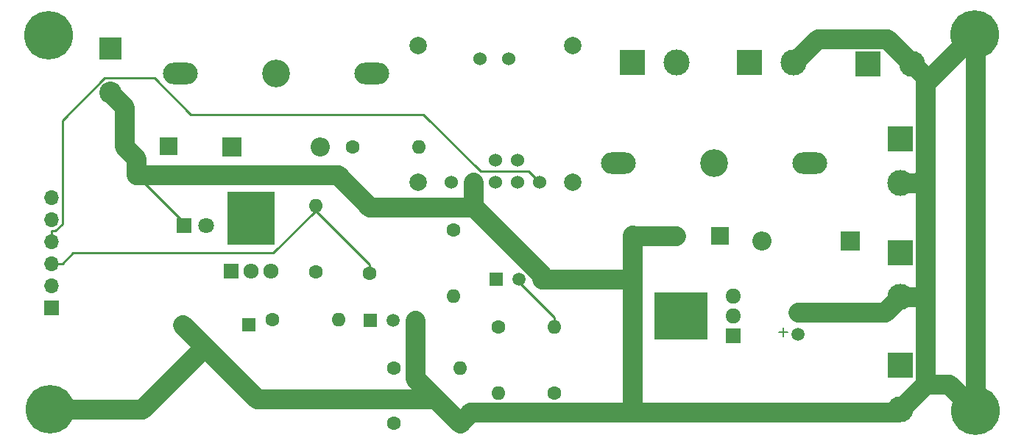
<source format=gbr>
%TF.GenerationSoftware,KiCad,Pcbnew,(5.1.9)-1*%
%TF.CreationDate,2021-04-11T16:44:48+02:00*%
%TF.ProjectId,charge_pcb,63686172-6765-45f7-9063-622e6b696361,rev?*%
%TF.SameCoordinates,Original*%
%TF.FileFunction,Copper,L1,Top*%
%TF.FilePolarity,Positive*%
%FSLAX46Y46*%
G04 Gerber Fmt 4.6, Leading zero omitted, Abs format (unit mm)*
G04 Created by KiCad (PCBNEW (5.1.9)-1) date 2021-04-11 16:44:48*
%MOMM*%
%LPD*%
G01*
G04 APERTURE LIST*
%TA.AperFunction,EtchedComponent*%
%ADD10C,0.150000*%
%TD*%
%TA.AperFunction,ConnectorPad*%
%ADD11C,5.600000*%
%TD*%
%TA.AperFunction,ComponentPad*%
%ADD12C,3.600000*%
%TD*%
%TA.AperFunction,ComponentPad*%
%ADD13C,1.800000*%
%TD*%
%TA.AperFunction,ComponentPad*%
%ADD14R,1.800000X1.800000*%
%TD*%
%TA.AperFunction,ComponentPad*%
%ADD15O,1.600000X1.600000*%
%TD*%
%TA.AperFunction,ComponentPad*%
%ADD16C,1.600000*%
%TD*%
%TA.AperFunction,ComponentPad*%
%ADD17C,1.524000*%
%TD*%
%TA.AperFunction,ComponentPad*%
%ADD18C,2.000000*%
%TD*%
%TA.AperFunction,ComponentPad*%
%ADD19O,1.800000X1.714500*%
%TD*%
%TA.AperFunction,ComponentPad*%
%ADD20R,1.800000X1.714500*%
%TD*%
%TA.AperFunction,SMDPad,CuDef*%
%ADD21R,6.200000X5.500000*%
%TD*%
%TA.AperFunction,ComponentPad*%
%ADD22R,1.500000X1.500000*%
%TD*%
%TA.AperFunction,ComponentPad*%
%ADD23C,1.500000*%
%TD*%
%TA.AperFunction,ComponentPad*%
%ADD24O,1.714500X1.800000*%
%TD*%
%TA.AperFunction,ComponentPad*%
%ADD25R,1.714500X1.800000*%
%TD*%
%TA.AperFunction,SMDPad,CuDef*%
%ADD26R,5.500000X6.200000*%
%TD*%
%TA.AperFunction,ComponentPad*%
%ADD27C,3.000000*%
%TD*%
%TA.AperFunction,ComponentPad*%
%ADD28R,3.000000X3.000000*%
%TD*%
%TA.AperFunction,ComponentPad*%
%ADD29O,1.700000X1.700000*%
%TD*%
%TA.AperFunction,ComponentPad*%
%ADD30R,1.700000X1.700000*%
%TD*%
%TA.AperFunction,ComponentPad*%
%ADD31C,3.200000*%
%TD*%
%TA.AperFunction,ComponentPad*%
%ADD32O,4.000500X2.499360*%
%TD*%
%TA.AperFunction,ComponentPad*%
%ADD33O,2.200000X2.200000*%
%TD*%
%TA.AperFunction,ComponentPad*%
%ADD34R,2.200000X2.200000*%
%TD*%
%TA.AperFunction,ComponentPad*%
%ADD35O,2.000000X2.000000*%
%TD*%
%TA.AperFunction,ComponentPad*%
%ADD36R,2.000000X2.000000*%
%TD*%
%TA.AperFunction,ComponentPad*%
%ADD37R,1.600000X1.600000*%
%TD*%
%TA.AperFunction,ComponentPad*%
%ADD38C,1.501140*%
%TD*%
%TA.AperFunction,ComponentPad*%
%ADD39C,2.540000*%
%TD*%
%TA.AperFunction,ComponentPad*%
%ADD40R,2.540000X2.540000*%
%TD*%
%TA.AperFunction,Conductor*%
%ADD41C,2.250000*%
%TD*%
%TA.AperFunction,Conductor*%
%ADD42C,0.254000*%
%TD*%
G04 APERTURE END LIST*
D10*
%TO.C,C1*%
X157580740Y-142110760D02*
X157580740Y-141610380D01*
X157580740Y-142110760D02*
X157080360Y-142110760D01*
X157580740Y-142611140D02*
X157580740Y-142110760D01*
X157580740Y-142110760D02*
X157979520Y-142110760D01*
X157979520Y-142110760D02*
X158081120Y-142110760D01*
%TD*%
D11*
%TO.P,H2,1*%
%TO.N,GND*%
X179610000Y-107830000D03*
D12*
X179610000Y-107830000D03*
%TD*%
D11*
%TO.P,H4,1*%
%TO.N,GND*%
X73250000Y-151030000D03*
D12*
X73250000Y-151030000D03*
%TD*%
D11*
%TO.P,H3,1*%
%TO.N,GND*%
X179680000Y-151210000D03*
D12*
X179680000Y-151210000D03*
%TD*%
D11*
%TO.P,H1,1*%
%TO.N,GND*%
X73080000Y-107940000D03*
D12*
X73080000Y-107940000D03*
%TD*%
D13*
%TO.P,D6,2*%
%TO.N,Net-(D6-Pad2)*%
X91170000Y-129870000D03*
D14*
%TO.P,D6,1*%
%TO.N,GND*%
X88630000Y-129870000D03*
%TD*%
D15*
%TO.P,R9,2*%
%TO.N,Net-(D6-Pad2)*%
X115680000Y-120770000D03*
D16*
%TO.P,R9,1*%
%TO.N,Net-(D2-Pad2)*%
X108060000Y-120770000D03*
%TD*%
D17*
%TO.P,U1,4*%
%TO.N,Net-(J2-Pad1)*%
X126980000Y-122340000D03*
%TO.P,U1,5*%
%TO.N,Net-(D3-Pad1)*%
X124440000Y-122340000D03*
X124440000Y-124880000D03*
%TO.P,U1,4*%
%TO.N,Net-(J2-Pad1)*%
X126980000Y-124880000D03*
D18*
%TO.P,U1,*%
%TO.N,*%
X133330000Y-109132000D03*
X115550000Y-109132000D03*
X133330000Y-124880000D03*
X115550000Y-124880000D03*
D17*
%TO.P,U1,4*%
%TO.N,Net-(J2-Pad1)*%
X125964000Y-110656000D03*
%TO.P,U1,5*%
%TO.N,Net-(D3-Pad1)*%
X122662000Y-110656000D03*
%TO.P,U1,3*%
%TO.N,pinChargeCurrent*%
X129520000Y-124880000D03*
%TO.P,U1,1*%
%TO.N,+3V3*%
X119360000Y-124880000D03*
%TO.P,U1,2*%
%TO.N,GND*%
X121900000Y-124880000D03*
%TD*%
D15*
%TO.P,R8,2*%
%TO.N,GND*%
X120380000Y-152580000D03*
D16*
%TO.P,R8,1*%
%TO.N,pinBatteryVoltage*%
X112760000Y-152580000D03*
%TD*%
D15*
%TO.P,R7,2*%
%TO.N,pinBatteryVoltage*%
X124830000Y-149150000D03*
D16*
%TO.P,R7,1*%
%TO.N,Net-(C1-Pad1)*%
X124830000Y-141530000D03*
%TD*%
D15*
%TO.P,R6,2*%
%TO.N,Net-(Q3-Pad1)*%
X119590000Y-137990000D03*
D16*
%TO.P,R6,1*%
%TO.N,Net-(D5-Pad2)*%
X119590000Y-130370000D03*
%TD*%
D15*
%TO.P,R5,2*%
%TO.N,Net-(Q3-Pad2)*%
X131200000Y-141560000D03*
D16*
%TO.P,R5,1*%
%TO.N,pinBatterySwitch*%
X131200000Y-149180000D03*
%TD*%
D15*
%TO.P,R4,2*%
%TO.N,Net-(Q1-Pad1)*%
X106400000Y-140650000D03*
D16*
%TO.P,R4,1*%
%TO.N,Net-(D2-Pad2)*%
X98780000Y-140650000D03*
%TD*%
D15*
%TO.P,R3,2*%
%TO.N,pinChargeEnable*%
X120360000Y-146290000D03*
D16*
%TO.P,R3,1*%
%TO.N,Net-(Q1-Pad2)*%
X112740000Y-146290000D03*
%TD*%
D15*
%TO.P,R2,2*%
%TO.N,GND*%
X109980000Y-127680000D03*
D16*
%TO.P,R2,1*%
%TO.N,pinChargeVoltage*%
X109980000Y-135300000D03*
%TD*%
D15*
%TO.P,R1,2*%
%TO.N,pinChargeVoltage*%
X103760000Y-127510000D03*
D16*
%TO.P,R1,1*%
%TO.N,Net-(D2-Pad2)*%
X103760000Y-135130000D03*
%TD*%
D19*
%TO.P,Q4,3*%
%TO.N,Net-(D5-Pad2)*%
X151830000Y-137988000D03*
%TO.P,Q4,2*%
%TO.N,Net-(C1-Pad1)*%
X151830000Y-140274000D03*
D20*
%TO.P,Q4,1*%
%TO.N,Net-(Q3-Pad1)*%
X151830000Y-142560000D03*
D21*
%TO.P,Q4,4*%
%TO.N,N/C*%
X145756667Y-140274000D03*
%TD*%
D22*
%TO.P,Q3,1*%
%TO.N,Net-(Q3-Pad1)*%
X124580000Y-136030000D03*
D23*
%TO.P,Q3,3*%
%TO.N,GND*%
X129780000Y-136030000D03*
%TO.P,Q3,2*%
%TO.N,Net-(Q3-Pad2)*%
X127180000Y-136030000D03*
%TD*%
D24*
%TO.P,Q2,3*%
%TO.N,Net-(D2-Pad2)*%
X98612000Y-135050000D03*
%TO.P,Q2,2*%
%TO.N,Net-(D3-Pad1)*%
X96326000Y-135050000D03*
D25*
%TO.P,Q2,1*%
%TO.N,Net-(Q1-Pad1)*%
X94040000Y-135050000D03*
D26*
%TO.P,Q2,4*%
%TO.N,N/C*%
X96326000Y-128976667D03*
%TD*%
D22*
%TO.P,Q1,1*%
%TO.N,Net-(Q1-Pad1)*%
X110060000Y-140730000D03*
D23*
%TO.P,Q1,3*%
%TO.N,GND*%
X115260000Y-140730000D03*
%TO.P,Q1,2*%
%TO.N,Net-(Q1-Pad2)*%
X112660000Y-140730000D03*
%TD*%
D27*
%TO.P,J7,2*%
%TO.N,GND*%
X171010000Y-124920000D03*
D28*
%TO.P,J7,1*%
%TO.N,Net-(C1-Pad1)*%
X171010000Y-119840000D03*
%TD*%
D27*
%TO.P,J6,2*%
%TO.N,GND*%
X171010000Y-151010000D03*
D28*
%TO.P,J6,1*%
%TO.N,Net-(C1-Pad1)*%
X171010000Y-145930000D03*
%TD*%
D27*
%TO.P,J5,2*%
%TO.N,GND*%
X171010000Y-138070000D03*
D28*
%TO.P,J5,1*%
%TO.N,Net-(C1-Pad1)*%
X171010000Y-132990000D03*
%TD*%
D27*
%TO.P,J4,2*%
%TO.N,GND*%
X172380000Y-111170000D03*
D28*
%TO.P,J4,1*%
%TO.N,Net-(C1-Pad1)*%
X167300000Y-111170000D03*
%TD*%
D27*
%TO.P,J3,2*%
%TO.N,Net-(F2-Pad1)*%
X145310000Y-111070000D03*
D28*
%TO.P,J3,1*%
%TO.N,Net-(J2-Pad1)*%
X140230000Y-111070000D03*
%TD*%
D27*
%TO.P,J2,2*%
%TO.N,GND*%
X158750000Y-111070000D03*
D28*
%TO.P,J2,1*%
%TO.N,Net-(J2-Pad1)*%
X153670000Y-111070000D03*
%TD*%
D29*
%TO.P,J1,6*%
%TO.N,pinVoltageMeasurement*%
X73400000Y-126620000D03*
%TO.P,J1,5*%
%TO.N,pinChargeEnable*%
X73400000Y-129160000D03*
%TO.P,J1,4*%
%TO.N,pinChargeCurrent*%
X73400000Y-131700000D03*
%TO.P,J1,3*%
%TO.N,pinChargeVoltage*%
X73400000Y-134240000D03*
%TO.P,J1,2*%
%TO.N,pinBatterySwitch*%
X73400000Y-136780000D03*
D30*
%TO.P,J1,1*%
%TO.N,pinBatteryVoltage*%
X73400000Y-139320000D03*
%TD*%
D31*
%TO.P,F2,~*%
%TO.N,N/C*%
X149620000Y-122630000D03*
D32*
%TO.P,F2,1*%
%TO.N,Net-(F2-Pad1)*%
X138619260Y-122630000D03*
%TO.P,F2,2*%
%TO.N,Net-(D4-Pad1)*%
X160620740Y-122630000D03*
%TD*%
D31*
%TO.P,F1,~*%
%TO.N,N/C*%
X99226000Y-112321000D03*
D32*
%TO.P,F1,1*%
%TO.N,Net-(BT1-Pad1)*%
X88225260Y-112321000D03*
%TO.P,F1,2*%
%TO.N,Net-(D1-Pad1)*%
X110226740Y-112321000D03*
%TD*%
D33*
%TO.P,D5,2*%
%TO.N,Net-(D5-Pad2)*%
X155090000Y-131590000D03*
D34*
%TO.P,D5,1*%
%TO.N,Net-(D4-Pad1)*%
X165250000Y-131590000D03*
%TD*%
D35*
%TO.P,D4,2*%
%TO.N,GND*%
X145220000Y-131040000D03*
D36*
%TO.P,D4,1*%
%TO.N,Net-(D4-Pad1)*%
X150300000Y-131040000D03*
%TD*%
D15*
%TO.P,D3,2*%
%TO.N,GND*%
X88450000Y-141230000D03*
D37*
%TO.P,D3,1*%
%TO.N,Net-(D3-Pad1)*%
X96070000Y-141230000D03*
%TD*%
D33*
%TO.P,D2,2*%
%TO.N,Net-(D2-Pad2)*%
X104280000Y-120750000D03*
D34*
%TO.P,D2,1*%
%TO.N,Net-(D1-Pad1)*%
X94120000Y-120750000D03*
%TD*%
D35*
%TO.P,D1,2*%
%TO.N,GND*%
X81780000Y-120720000D03*
D36*
%TO.P,D1,1*%
%TO.N,Net-(D1-Pad1)*%
X86860000Y-120720000D03*
%TD*%
D38*
%TO.P,C1,2*%
%TO.N,GND*%
X159280000Y-139840000D03*
%TO.P,C1,1*%
%TO.N,Net-(C1-Pad1)*%
X159280000Y-142380000D03*
%TD*%
D39*
%TO.P,BT1,2*%
%TO.N,GND*%
X80140000Y-114550000D03*
D40*
%TO.P,BT1,1*%
%TO.N,Net-(BT1-Pad1)*%
X80140000Y-109470000D03*
%TD*%
D41*
%TO.N,GND*%
X173889000Y-124121000D02*
X173889000Y-137439000D01*
X139891000Y-151359000D02*
X121601000Y-151359000D01*
X121601000Y-151359000D02*
X120380000Y-152580000D01*
X140170000Y-135860000D02*
X140170000Y-151080000D01*
X140170000Y-151080000D02*
X139891000Y-151359000D01*
X120380000Y-152580000D02*
X117630000Y-149830000D01*
X109980000Y-127680000D02*
X106320000Y-124020000D01*
X106320000Y-124020000D02*
X83150000Y-124020000D01*
X83150000Y-124020000D02*
X83150000Y-122090000D01*
X83150000Y-122090000D02*
X81780000Y-120720000D01*
X117630000Y-149830000D02*
X115260000Y-147460000D01*
X115260000Y-147460000D02*
X115260000Y-140730000D01*
X117630000Y-149830000D02*
X97050000Y-149830000D01*
X159280000Y-139840000D02*
X169240000Y-139840000D01*
X169240000Y-139840000D02*
X171010000Y-138070000D01*
X81780000Y-120720000D02*
X81780000Y-116190000D01*
X81780000Y-116190000D02*
X80140000Y-114550000D01*
X109980000Y-127680000D02*
X121819000Y-127680000D01*
X121819000Y-127680000D02*
X121900000Y-127599000D01*
X121900000Y-124880000D02*
X121900000Y-127599000D01*
X121900000Y-127599000D02*
X129780000Y-135479000D01*
X129780000Y-135479000D02*
X129780000Y-136030000D01*
X145220000Y-131040000D02*
X140260000Y-131040000D01*
X140260000Y-131040000D02*
X140170000Y-130950000D01*
X140170000Y-130950000D02*
X140170000Y-135860000D01*
X129780000Y-136030000D02*
X140000000Y-136030000D01*
X140000000Y-136030000D02*
X140170000Y-135860000D01*
X171010000Y-151010000D02*
X170661000Y-151359000D01*
X170661000Y-151359000D02*
X139891000Y-151359000D01*
X172380000Y-111170000D02*
X173889000Y-112679000D01*
X171010000Y-124920000D02*
X173090000Y-124920000D01*
X173090000Y-124920000D02*
X173889000Y-124121000D01*
X171010000Y-138070000D02*
X173258000Y-138070000D01*
X173258000Y-138070000D02*
X173889000Y-137439000D01*
X173889000Y-137439000D02*
X173889000Y-148131000D01*
X173889000Y-148131000D02*
X171010000Y-151010000D01*
X158750000Y-111070000D02*
X161529000Y-108291000D01*
X161529000Y-108291000D02*
X169501000Y-108291000D01*
X169501000Y-108291000D02*
X172380000Y-111170000D01*
D42*
X88630000Y-129500000D02*
X83150000Y-124020000D01*
X88630000Y-129870000D02*
X88630000Y-129500000D01*
D41*
X173921000Y-113439000D02*
X173889000Y-113439000D01*
X173889000Y-113439000D02*
X173889000Y-124121000D01*
X179600000Y-107760000D02*
X173921000Y-113439000D01*
X173889000Y-112679000D02*
X173889000Y-113439000D01*
X176601000Y-148131000D02*
X173889000Y-148131000D01*
X179680000Y-151210000D02*
X176601000Y-148131000D01*
X83790000Y-151030000D02*
X91020000Y-143800000D01*
X73250000Y-151030000D02*
X83790000Y-151030000D01*
X91020000Y-143800000D02*
X88450000Y-141230000D01*
X97050000Y-149830000D02*
X91020000Y-143800000D01*
X179680000Y-107840000D02*
X179600000Y-107760000D01*
X179680000Y-151210000D02*
X179680000Y-107840000D01*
D42*
%TO.N,pinChargeCurrent*%
X73400000Y-131700000D02*
X73400000Y-130468700D01*
X73400000Y-130468700D02*
X73861800Y-130468700D01*
X73861800Y-130468700D02*
X74631300Y-129699200D01*
X74631300Y-129699200D02*
X74631300Y-117708100D01*
X74631300Y-117708100D02*
X79486100Y-112853300D01*
X79486100Y-112853300D02*
X85253400Y-112853300D01*
X85253400Y-112853300D02*
X89423800Y-117023700D01*
X89423800Y-117023700D02*
X116174000Y-117023700D01*
X116174000Y-117023700D02*
X122760300Y-123610000D01*
X122760300Y-123610000D02*
X128250000Y-123610000D01*
X128250000Y-123610000D02*
X129520000Y-124880000D01*
%TO.N,pinChargeVoltage*%
X73400000Y-134240000D02*
X74631300Y-134240000D01*
X74631300Y-134240000D02*
X75862600Y-133008700D01*
X75862600Y-133008700D02*
X98851900Y-133008700D01*
X98851900Y-133008700D02*
X103760000Y-128100600D01*
X103760000Y-128100600D02*
X109980000Y-134320600D01*
X109980000Y-134320600D02*
X109980000Y-135300000D01*
X103760000Y-127510000D02*
X103760000Y-128100600D01*
%TO.N,Net-(Q3-Pad2)*%
X131200000Y-141560000D02*
X131200000Y-140378700D01*
X127180000Y-136030000D02*
X127180000Y-136358700D01*
X127180000Y-136358700D02*
X131200000Y-140378700D01*
%TD*%
M02*

</source>
